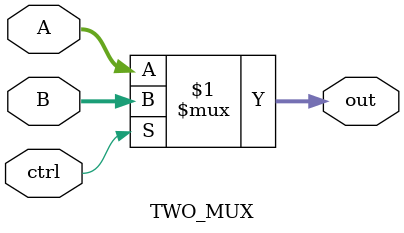
<source format=v>
module FOUR_MUX (
    input wire signed [31:0] A,
    input wire signed [31:0] B,
    input wire signed [31:0] C,
    input wire signed [31:0] D,
    input wire [1:0] ctrl,

    output wire signed [31:0] out
    );

    assign out = ctrl[1] ? (ctrl[0] ? D : C) : (ctrl[0] ? B : A);

endmodule

module TWO_MUX (
    input wire signed [31:0] A,
    input wire signed [31:0] B,
    input wire ctrl,

    output wire signed [31:0] out
    );

    assign out = ctrl ? B : A;

endmodule
</source>
